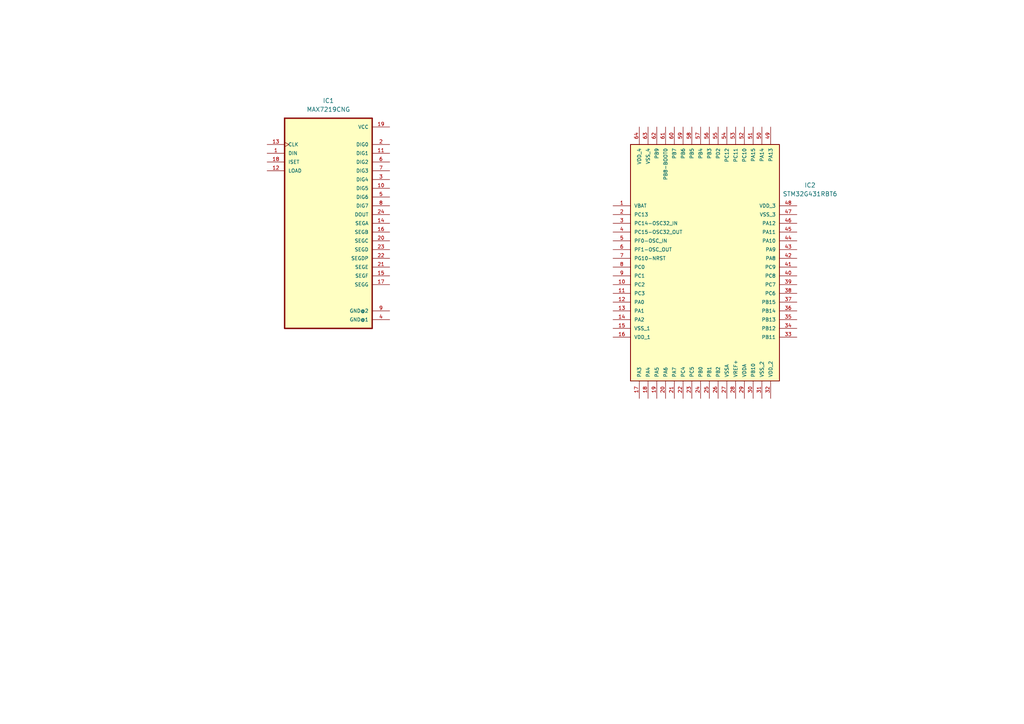
<source format=kicad_sch>
(kicad_sch (version 20231120) (generator "eeschema") (generator_version "8.0")
  (paper "A4")
  (lib_symbols
    (symbol "MAX7219CNG:MAX7219CNG" (pin_names (offset 1.016))
      (property "Reference" "IC" (at -12.7 31.48 0))
      (property "Value" "MAX7219CNG" (at -12.7 -34.48 0))
      (symbol "MAX7219CNG_0_0"
        (rectangle (start -12.7 -30.48) (end 12.7 30.48) (stroke (width 0.41)) (fill (type background)))
        (pin input line (at -17.78 20.32 0) (length 5.08) (name "DIN") (number "1"))
        (pin output line (at 17.78 10.16 180) (length 5.08) (name "DIG5") (number "10"))
        (pin output line (at 17.78 20.32 180) (length 5.08) (name "DIG1") (number "11"))
        (pin input line (at -17.78 15.24 0) (length 5.08) (name "LOAD") (number "12"))
        (pin input clock (at -17.78 22.86 0) (length 5.08) (name "CLK") (number "13"))
        (pin output line (at 17.78 0 180) (length 5.08) (name "SEGA") (number "14"))
        (pin output line (at 17.78 -15.24 180) (length 5.08) (name "SEGF") (number "15"))
        (pin output line (at 17.78 -2.54 180) (length 5.08) (name "SEGB") (number "16"))
        (pin output line (at 17.78 -17.78 180) (length 5.08) (name "SEGG") (number "17"))
        (pin input line (at -17.78 17.78 0) (length 5.08) (name "ISET") (number "18"))
        (pin power_in line (at 17.78 27.94 180) (length 5.08) (name "VCC") (number "19"))
        (pin output line (at 17.78 22.86 180) (length 5.08) (name "DIG0") (number "2"))
        (pin output line (at 17.78 -5.08 180) (length 5.08) (name "SEGC") (number "20"))
        (pin output line (at 17.78 -12.7 180) (length 5.08) (name "SEGE") (number "21"))
        (pin output line (at 17.78 -10.16 180) (length 5.08) (name "SEGDP") (number "22"))
        (pin output line (at 17.78 -7.62 180) (length 5.08) (name "SEGD") (number "23"))
        (pin output line (at 17.78 2.54 180) (length 5.08) (name "DOUT") (number "24"))
        (pin output line (at 17.78 12.7 180) (length 5.08) (name "DIG4") (number "3"))
        (pin power_in line (at 17.78 -27.94 180) (length 5.08) (name "GND@1") (number "4"))
        (pin output line (at 17.78 7.62 180) (length 5.08) (name "DIG6") (number "5"))
        (pin output line (at 17.78 17.78 180) (length 5.08) (name "DIG2") (number "6"))
        (pin output line (at 17.78 15.24 180) (length 5.08) (name "DIG3") (number "7"))
        (pin output line (at 17.78 5.08 180) (length 5.08) (name "DIG7") (number "8"))
        (pin power_in line (at 17.78 -25.4 180) (length 5.08) (name "GND@2") (number "9"))
      )
    )
    (symbol "STM32G431RBT6:STM32G431RBT6" (pin_names (offset 1.016))
      (property "Reference" "IC" (at 49.53 22.86 0))
      (property "Value" "STM32G431RBT6" (at 49.53 20.32 0))
      (symbol "STM32G431RBT6_0_0"
        (rectangle (start 5.08 -50.8) (end 48.26 17.78) (stroke (width 0.254)) (fill (type background)))
        (pin bidirectional line (at 0 0 0) (length 5.08) (name "VBAT") (number "1"))
        (pin bidirectional line (at 0 -22.86 0) (length 5.08) (name "PC2") (number "10"))
        (pin bidirectional line (at 0 -25.4 0) (length 5.08) (name "PC3") (number "11"))
        (pin bidirectional line (at 0 -27.94 0) (length 5.08) (name "PA0") (number "12"))
        (pin bidirectional line (at 0 -30.48 0) (length 5.08) (name "PA1") (number "13"))
        (pin bidirectional line (at 0 -33.02 0) (length 5.08) (name "PA2") (number "14"))
        (pin bidirectional line (at 0 -35.56 0) (length 5.08) (name "VSS_1") (number "15"))
        (pin bidirectional line (at 0 -38.1 0) (length 5.08) (name "VDD_1") (number "16"))
        (pin bidirectional line (at 7.62 -55.88 90) (length 5.08) (name "PA3") (number "17"))
        (pin bidirectional line (at 10.16 -55.88 90) (length 5.08) (name "PA4") (number "18"))
        (pin bidirectional line (at 12.7 -55.88 90) (length 5.08) (name "PA5") (number "19"))
        (pin bidirectional line (at 0 -2.54 0) (length 5.08) (name "PC13") (number "2"))
        (pin bidirectional line (at 15.24 -55.88 90) (length 5.08) (name "PA6") (number "20"))
        (pin bidirectional line (at 17.78 -55.88 90) (length 5.08) (name "PA7") (number "21"))
        (pin bidirectional line (at 20.32 -55.88 90) (length 5.08) (name "PC4") (number "22"))
        (pin bidirectional line (at 22.86 -55.88 90) (length 5.08) (name "PC5") (number "23"))
        (pin bidirectional line (at 25.4 -55.88 90) (length 5.08) (name "PB0") (number "24"))
        (pin bidirectional line (at 27.94 -55.88 90) (length 5.08) (name "PB1") (number "25"))
        (pin bidirectional line (at 30.48 -55.88 90) (length 5.08) (name "PB2") (number "26"))
        (pin bidirectional line (at 33.02 -55.88 90) (length 5.08) (name "VSSA") (number "27"))
        (pin bidirectional line (at 35.56 -55.88 90) (length 5.08) (name "VREF+") (number "28"))
        (pin bidirectional line (at 38.1 -55.88 90) (length 5.08) (name "VDDA") (number "29"))
        (pin bidirectional line (at 0 -5.08 0) (length 5.08) (name "PC14-OSC32_IN") (number "3"))
        (pin bidirectional line (at 40.64 -55.88 90) (length 5.08) (name "PB10") (number "30"))
        (pin bidirectional line (at 43.18 -55.88 90) (length 5.08) (name "VSS_2") (number "31"))
        (pin bidirectional line (at 45.72 -55.88 90) (length 5.08) (name "VDD_2") (number "32"))
        (pin bidirectional line (at 53.34 -38.1 180) (length 5.08) (name "PB11") (number "33"))
        (pin bidirectional line (at 53.34 -35.56 180) (length 5.08) (name "PB12") (number "34"))
        (pin bidirectional line (at 53.34 -33.02 180) (length 5.08) (name "PB13") (number "35"))
        (pin bidirectional line (at 53.34 -30.48 180) (length 5.08) (name "PB14") (number "36"))
        (pin bidirectional line (at 53.34 -27.94 180) (length 5.08) (name "PB15") (number "37"))
        (pin bidirectional line (at 53.34 -25.4 180) (length 5.08) (name "PC6") (number "38"))
        (pin bidirectional line (at 53.34 -22.86 180) (length 5.08) (name "PC7") (number "39"))
        (pin bidirectional line (at 0 -7.62 0) (length 5.08) (name "PC15-OSC32_OUT") (number "4"))
        (pin bidirectional line (at 53.34 -20.32 180) (length 5.08) (name "PC8") (number "40"))
        (pin bidirectional line (at 53.34 -17.78 180) (length 5.08) (name "PC9") (number "41"))
        (pin bidirectional line (at 53.34 -15.24 180) (length 5.08) (name "PA8") (number "42"))
        (pin bidirectional line (at 53.34 -12.7 180) (length 5.08) (name "PA9") (number "43"))
        (pin bidirectional line (at 53.34 -10.16 180) (length 5.08) (name "PA10") (number "44"))
        (pin bidirectional line (at 53.34 -7.62 180) (length 5.08) (name "PA11") (number "45"))
        (pin bidirectional line (at 53.34 -5.08 180) (length 5.08) (name "PA12") (number "46"))
        (pin bidirectional line (at 53.34 -2.54 180) (length 5.08) (name "VSS_3") (number "47"))
        (pin bidirectional line (at 53.34 0 180) (length 5.08) (name "VDD_3") (number "48"))
        (pin bidirectional line (at 45.72 22.86 270) (length 5.08) (name "PA13") (number "49"))
        (pin bidirectional line (at 0 -10.16 0) (length 5.08) (name "PF0-OSC_IN") (number "5"))
        (pin bidirectional line (at 43.18 22.86 270) (length 5.08) (name "PA14") (number "50"))
        (pin bidirectional line (at 40.64 22.86 270) (length 5.08) (name "PA15") (number "51"))
        (pin bidirectional line (at 38.1 22.86 270) (length 5.08) (name "PC10") (number "52"))
        (pin bidirectional line (at 35.56 22.86 270) (length 5.08) (name "PC11") (number "53"))
        (pin bidirectional line (at 33.02 22.86 270) (length 5.08) (name "PC12") (number "54"))
        (pin bidirectional line (at 30.48 22.86 270) (length 5.08) (name "PD2") (number "55"))
        (pin bidirectional line (at 27.94 22.86 270) (length 5.08) (name "PB3") (number "56"))
        (pin bidirectional line (at 25.4 22.86 270) (length 5.08) (name "PB4") (number "57"))
        (pin bidirectional line (at 22.86 22.86 270) (length 5.08) (name "PB5") (number "58"))
        (pin bidirectional line (at 20.32 22.86 270) (length 5.08) (name "PB6") (number "59"))
        (pin bidirectional line (at 0 -12.7 0) (length 5.08) (name "PF1-OSC_OUT") (number "6"))
        (pin bidirectional line (at 17.78 22.86 270) (length 5.08) (name "PB7") (number "60"))
        (pin bidirectional line (at 15.24 22.86 270) (length 5.08) (name "PB8-BOOT0") (number "61"))
        (pin bidirectional line (at 12.7 22.86 270) (length 5.08) (name "PB9") (number "62"))
        (pin bidirectional line (at 10.16 22.86 270) (length 5.08) (name "VSS_4") (number "63"))
        (pin bidirectional line (at 7.62 22.86 270) (length 5.08) (name "VDD_4") (number "64"))
        (pin bidirectional line (at 0 -15.24 0) (length 5.08) (name "PG10-NRST") (number "7"))
        (pin bidirectional line (at 0 -17.78 0) (length 5.08) (name "PC0") (number "8"))
        (pin bidirectional line (at 0 -20.32 0) (length 5.08) (name "PC1") (number "9"))
      )
    )
  )
  (symbol (lib_id "STM32G431RBT6:STM32G431RBT6") (at 177.8 59.69 0) (unit 1)
    (property "Reference" "IC2" (at 234.95 53.7208 0))
    (property "Value" "STM32G431RBT6" (at 234.95 56.2608 0))
    (property "Footprint" "STM32G431RBT6:QFP50P1200X1200X160-64N" (effects (hide yes)))
    (property "Manufacturer_Name" "STMicroelectronics" (effects (hide yes)))
    (property "MF" "STMicroelectronics" (effects (hide yes)))
    (property "Mouser_Price-Stock" "https://www.mouser.co.uk/ProductDetail/STMicroelectronics/STM32G431RBT6?qs=T3oQrply3y8GpSwPjv1GMg%3D%3D" (effects (hide yes)))
    (property "Description_1" "\nARM® Cortex®-M4F STM32G4 Microcontroller IC 32-Bit Single-Core 170MHz 128KB (128K x 8) FLASH 64-LQFP (10x10)\n" (effects (hide yes)))
    (property "Price" "None" (effects (hide yes)))
    (property "Mouser_Part_Number" "511-STM32G431RBT6" (effects (hide yes)))
    (property "Check_prices" "https://www.snapeda.com/parts/STM32G431RBT6/STMicroelectronics/view-part/?ref=eda" (effects (hide yes)))
    (property "Height" "1.6mm" (effects (hide yes)))
    (property "SnapEDA_Link" "https://www.snapeda.com/parts/STM32G431RBT6/STMicroelectronics/view-part/?ref=snap" (effects (hide yes)))
    (property "MP" "STM32G431RBT6" (effects (hide yes)))
    (property "Package" "LQFP-64 STMicroelectronics" (effects (hide yes)))
    (property "Availability" "In Stock" (effects (hide yes)))
    (property "Manufacturer_Part_Number" "STM32G431RBT6" (effects (hide yes)))
  )
  (symbol (lib_id "MAX7219CNG:MAX7219CNG") (at 95.25 64.77 0) (unit 1)
    (property "Reference" "IC1" (at 95.25 29.21 0))
    (property "Value" "MAX7219CNG" (at 95.25 31.75 0))
    (property "Footprint" "MAX7219CNG:DIP794W47P254L3213H457Q24" (effects (hide yes)))
    (property "MF" "Analog Devices" (effects (hide yes)))
    (property "Description_1" "\nLED Driver 64 Segment 330000uA Supply Current 24-Pin PDIP N Tube\n" (effects (hide yes)))
    (property "Package" "PDIP-24 Maxim" (effects (hide yes)))
    (property "Price" "None" (effects (hide yes)))
    (property "SnapEDA_Link" "https://www.snapeda.com/parts/MAX7219CNG+/Analog+Devices/view-part/?ref=snap" (effects (hide yes)))
    (property "MP" "MAX7219CNG+" (effects (hide yes)))
    (property "Availability" "In Stock" (effects (hide yes)))
    (property "Check_prices" "https://www.snapeda.com/parts/MAX7219CNG+/Analog+Devices/view-part/?ref=eda" (effects (hide yes)))
  )
)
</source>
